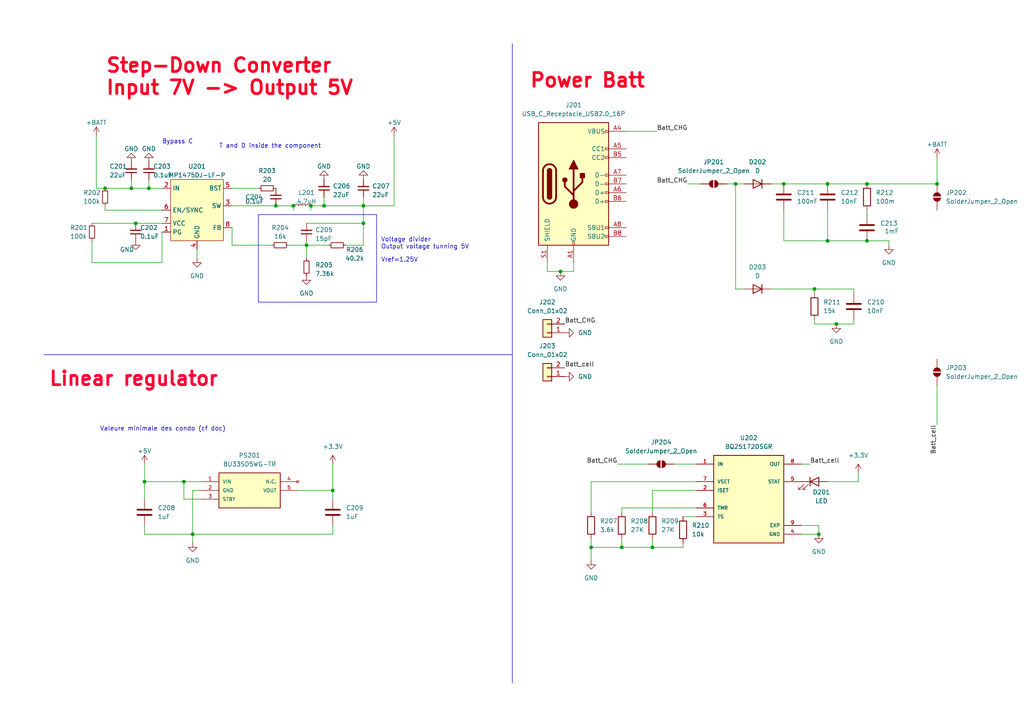
<source format=kicad_sch>
(kicad_sch (version 20231120) (generator "eeschema") (generator_version "8.0")
  (paper "A4")
  (lib_symbols
    (symbol "BQ25172:BQ25172DSGR" (pin_names (offset 1.016))
      (property "Reference" "U" (at -10.16 13.462 0))
      (property "Value" "BQ25172DSGR" (at -10.16 -15.24 0))
      (symbol "BQ25172DSGR_0_0"
        (rectangle (start -10.16 -12.7) (end 10.16 12.7) (stroke (width 0.254)) (fill (type background)))
        (pin input line (at -15.24 10.16 0) (length 5.08) (name "IN") (number "1"))
        (pin input line (at -15.24 2.54 0) (length 5.08) (name "ISET") (number "2"))
        (pin input line (at -15.24 -5.08 0) (length 5.08) (name "TS") (number "3"))
        (pin power_in line (at 15.24 -10.16 180) (length 5.08) (name "GND") (number "4"))
        (pin output line (at 15.24 5.08 180) (length 5.08) (name "STAT") (number "5"))
        (pin input line (at -15.24 -2.54 0) (length 5.08) (name "TMR") (number "6"))
        (pin input line (at -15.24 5.08 0) (length 5.08) (name "VSET") (number "7"))
        (pin output line (at 15.24 10.16 180) (length 5.08) (name "OUT") (number "8"))
        (pin power_in line (at 15.24 -7.62 180) (length 5.08) (name "EXP") (number "9"))
      )
    )
    (symbol "BU33SD5WG-TR:BU33SD5WG-TR" (pin_names (offset 1.016))
      (property "Reference" "PS" (at 24.13 7.62 0))
      (property "Value" "BU33SD5WG-TR" (at 24.13 5.08 0))
      (symbol "BU33SD5WG-TR_0_0"
        (rectangle (start 5.08 -7.62) (end 22.86 2.54) (stroke (width 0.254)) (fill (type background)))
        (pin bidirectional line (at 0 0 0) (length 5.08) (name "VIN") (number "1"))
        (pin bidirectional line (at 0 -2.54 0) (length 5.08) (name "GND") (number "2"))
        (pin bidirectional line (at 0 -5.08 0) (length 5.08) (name "STBY") (number "3"))
        (pin no_connect line (at 27.94 0 180) (length 5.08) (name "N.C.") (number "4"))
        (pin bidirectional line (at 27.94 -2.54 180) (length 5.08) (name "VOUT") (number "5"))
      )
    )
    (symbol "Connector:USB_C_Receptacle_USB2.0_16P" (pin_names (offset 1.016))
      (property "Reference" "J" (at 0 22.225 0))
      (property "Value" "USB_C_Receptacle_USB2.0_16P" (at 0 19.685 0))
      (symbol "USB_C_Receptacle_USB2.0_16P_0_0"
        (rectangle (start -0.254 -17.78) (end 0.254 -16.764))
        (rectangle (start 10.16 -14.986) (end 9.144 -15.494))
        (rectangle (start 10.16 -12.446) (end 9.144 -12.954))
        (rectangle (start 10.16 -4.826) (end 9.144 -5.334))
        (rectangle (start 10.16 -2.286) (end 9.144 -2.794))
        (rectangle (start 10.16 0.254) (end 9.144 -0.254))
        (rectangle (start 10.16 2.794) (end 9.144 2.286))
        (rectangle (start 10.16 7.874) (end 9.144 7.366))
        (rectangle (start 10.16 10.414) (end 9.144 9.906))
        (rectangle (start 10.16 15.494) (end 9.144 14.986))
      )
      (symbol "USB_C_Receptacle_USB2.0_16P_0_1"
        (rectangle (start -10.16 17.78) (end 10.16 -17.78) (stroke (width 0.254)) (fill (type background)))
        (arc (start -8.89 -3.81) (mid -6.985 -5.7067) (end -5.08 -3.81) (stroke (width 0.508)))
        (arc (start -7.62 -3.81) (mid -6.985 -4.4423) (end -6.35 -3.81) (stroke (width 0.254)))
        (arc (start -7.62 -3.81) (mid -6.985 -4.4423) (end -6.35 -3.81) (stroke (width 0.254)) (fill (type outline)))
        (rectangle (start -7.62 -3.81) (end -6.35 3.81) (stroke (width 0.254)) (fill (type outline)))
        (arc (start -6.35 3.81) (mid -6.985 4.4423) (end -7.62 3.81) (stroke (width 0.254)))
        (arc (start -6.35 3.81) (mid -6.985 4.4423) (end -7.62 3.81) (stroke (width 0.254)) (fill (type outline)))
        (arc (start -5.08 3.81) (mid -6.985 5.7067) (end -8.89 3.81) (stroke (width 0.508)))
        (circle (center -2.54 1.143) (radius 0.635) (stroke (width 0.254)) (fill (type outline)))
        (circle (center 0 -5.842) (radius 1.27) (fill (type outline)))
        (polyline (pts (xy -8.89 -3.81) (xy -8.89 3.81)) (stroke (width 0.508)))
        (polyline (pts (xy -5.08 3.81) (xy -5.08 -3.81)) (stroke (width 0.508)))
        (polyline (pts (xy 0 -5.842) (xy 0 4.318)) (stroke (width 0.508)))
        (polyline (pts (xy 0 -3.302) (xy -2.54 -0.762) (xy -2.54 0.508)) (stroke (width 0.508)))
        (polyline (pts (xy 0 -2.032) (xy 2.54 0.508) (xy 2.54 1.778)) (stroke (width 0.508)))
        (polyline (pts (xy -1.27 4.318) (xy 0 6.858) (xy 1.27 4.318) (xy -1.27 4.318)) (stroke (width 0.254)) (fill (type outline)))
        (rectangle (start 1.905 1.778) (end 3.175 3.048) (stroke (width 0.254)) (fill (type outline)))
      )
      (symbol "USB_C_Receptacle_USB2.0_16P_1_1"
        (pin passive line (at 0 -22.86 90) (length 5.08) (name "GND") (number "A1"))
        (pin passive line (at 0 -22.86 90) (length 5.08) hide (name "GND") (number "A12"))
        (pin passive line (at 15.24 15.24 180) (length 5.08) (name "VBUS") (number "A4"))
        (pin bidirectional line (at 15.24 10.16 180) (length 5.08) (name "CC1") (number "A5"))
        (pin bidirectional line (at 15.24 -2.54 180) (length 5.08) (name "D+") (number "A6"))
        (pin bidirectional line (at 15.24 2.54 180) (length 5.08) (name "D-") (number "A7"))
        (pin bidirectional line (at 15.24 -12.7 180) (length 5.08) (name "SBU1") (number "A8"))
        (pin passive line (at 15.24 15.24 180) (length 5.08) hide (name "VBUS") (number "A9"))
        (pin passive line (at 0 -22.86 90) (length 5.08) hide (name "GND") (number "B1"))
        (pin passive line (at 0 -22.86 90) (length 5.08) hide (name "GND") (number "B12"))
        (pin passive line (at 15.24 15.24 180) (length 5.08) hide (name "VBUS") (number "B4"))
        (pin bidirectional line (at 15.24 7.62 180) (length 5.08) (name "CC2") (number "B5"))
        (pin bidirectional line (at 15.24 -5.08 180) (length 5.08) (name "D+") (number "B6"))
        (pin bidirectional line (at 15.24 0 180) (length 5.08) (name "D-") (number "B7"))
        (pin bidirectional line (at 15.24 -15.24 180) (length 5.08) (name "SBU2") (number "B8"))
        (pin passive line (at 15.24 15.24 180) (length 5.08) hide (name "VBUS") (number "B9"))
        (pin passive line (at -7.62 -22.86 90) (length 5.08) (name "SHIELD") (number "S1"))
      )
    )
    (symbol "Connector_Generic:Conn_01x02" (pin_names (offset 1.016) hide)
      (property "Reference" "J" (at 0 2.54 0))
      (property "Value" "Conn_01x02" (at 0 -5.08 0))
      (symbol "Conn_01x02_1_1"
        (rectangle (start -1.27 -2.413) (end 0 -2.667) (stroke (width 0.1524)))
        (rectangle (start -1.27 0.127) (end 0 -0.127) (stroke (width 0.1524)))
        (rectangle (start -1.27 1.27) (end 1.27 -3.81) (stroke (width 0.254)) (fill (type background)))
        (pin passive line (at -5.08 0 0) (length 3.81) (name "Pin_1") (number "1"))
        (pin passive line (at -5.08 -2.54 0) (length 3.81) (name "Pin_2") (number "2"))
      )
    )
    (symbol "Device:C" (pin_numbers hide) (pin_names (offset 0.254))
      (property "Reference" "C" (at 0.635 2.54 0))
      (property "Value" "C" (at 0.635 -2.54 0))
      (symbol "C_0_1"
        (polyline (pts (xy -2.032 -0.762) (xy 2.032 -0.762)) (stroke (width 0.508)))
        (polyline (pts (xy -2.032 0.762) (xy 2.032 0.762)) (stroke (width 0.508)))
      )
      (symbol "C_1_1"
        (pin passive line (at 0 3.81 270) (length 2.794) (name "~") (number "1"))
        (pin passive line (at 0 -3.81 90) (length 2.794) (name "~") (number "2"))
      )
    )
    (symbol "Device:C_Small" (pin_numbers hide) (pin_names (offset 0.254) hide)
      (property "Reference" "C" (at 0.254 1.778 0))
      (property "Value" "C_Small" (at 0.254 -2.032 0))
      (symbol "C_Small_0_1"
        (polyline (pts (xy -1.524 -0.508) (xy 1.524 -0.508)) (stroke (width 0.3302)))
        (polyline (pts (xy -1.524 0.508) (xy 1.524 0.508)) (stroke (width 0.3048)))
      )
      (symbol "C_Small_1_1"
        (pin passive line (at 0 2.54 270) (length 2.032) (name "~") (number "1"))
        (pin passive line (at 0 -2.54 90) (length 2.032) (name "~") (number "2"))
      )
    )
    (symbol "Device:D" (pin_numbers hide) (pin_names (offset 1.016) hide)
      (property "Reference" "D" (at 0 2.54 0))
      (property "Value" "D" (at 0 -2.54 0))
      (symbol "D_0_1"
        (polyline (pts (xy -1.27 1.27) (xy -1.27 -1.27)) (stroke (width 0.254)))
        (polyline (pts (xy 1.27 0) (xy -1.27 0)))
        (polyline (pts (xy 1.27 1.27) (xy 1.27 -1.27) (xy -1.27 0) (xy 1.27 1.27)) (stroke (width 0.254)))
      )
      (symbol "D_1_1"
        (pin passive line (at -3.81 0 0) (length 2.54) (name "K") (number "1"))
        (pin passive line (at 3.81 0 180) (length 2.54) (name "A") (number "2"))
      )
    )
    (symbol "Device:LED" (pin_numbers hide) (pin_names (offset 1.016) hide)
      (property "Reference" "D" (at 0 2.54 0))
      (property "Value" "LED" (at 0 -2.54 0))
      (symbol "LED_0_1"
        (polyline (pts (xy -1.27 -1.27) (xy -1.27 1.27)) (stroke (width 0.254)))
        (polyline (pts (xy -1.27 0) (xy 1.27 0)))
        (polyline (pts (xy 1.27 -1.27) (xy 1.27 1.27) (xy -1.27 0) (xy 1.27 -1.27)) (stroke (width 0.254)))
        (polyline (pts (xy -3.048 -0.762) (xy -4.572 -2.286) (xy -3.81 -2.286) (xy -4.572 -2.286) (xy -4.572 -1.524)))
        (polyline (pts (xy -1.778 -0.762) (xy -3.302 -2.286) (xy -2.54 -2.286) (xy -3.302 -2.286) (xy -3.302 -1.524)))
      )
      (symbol "LED_1_1"
        (pin passive line (at -3.81 0 0) (length 2.54) (name "K") (number "1"))
        (pin passive line (at 3.81 0 180) (length 2.54) (name "A") (number "2"))
      )
    )
    (symbol "Device:L_Small" (pin_numbers hide) (pin_names (offset 0.254) hide)
      (property "Reference" "L" (at 0.762 1.016 0))
      (property "Value" "L_Small" (at 0.762 -1.016 0))
      (symbol "L_Small_0_1"
        (arc (start 0 -2.032) (mid 0.5058 -1.524) (end 0 -1.016))
        (arc (start 0 -1.016) (mid 0.5058 -0.508) (end 0 0))
        (arc (start 0 0) (mid 0.5058 0.508) (end 0 1.016))
        (arc (start 0 1.016) (mid 0.5058 1.524) (end 0 2.032))
      )
      (symbol "L_Small_1_1"
        (pin passive line (at 0 2.54 270) (length 0.508) (name "~") (number "1"))
        (pin passive line (at 0 -2.54 90) (length 0.508) (name "~") (number "2"))
      )
    )
    (symbol "Device:R" (pin_numbers hide) (pin_names (offset 0))
      (property "Reference" "R" (at 2.032 0 90))
      (property "Value" "R" (at 0 0 90))
      (symbol "R_0_1"
        (rectangle (start -1.016 -2.54) (end 1.016 2.54) (stroke (width 0.254)))
      )
      (symbol "R_1_1"
        (pin passive line (at 0 3.81 270) (length 1.27) (name "~") (number "1"))
        (pin passive line (at 0 -3.81 90) (length 1.27) (name "~") (number "2"))
      )
    )
    (symbol "Device:R_Small" (pin_numbers hide) (pin_names (offset 0.254) hide)
      (property "Reference" "R" (at 0.762 0.508 0))
      (property "Value" "R_Small" (at 0.762 -1.016 0))
      (symbol "R_Small_0_1"
        (rectangle (start -0.762 1.778) (end 0.762 -1.778) (stroke (width 0.2032)))
      )
      (symbol "R_Small_1_1"
        (pin passive line (at 0 2.54 270) (length 0.762) (name "~") (number "1"))
        (pin passive line (at 0 -2.54 90) (length 0.762) (name "~") (number "2"))
      )
    )
    (symbol "GND_1" (power) (pin_numbers hide) (pin_names (offset 0) hide)
      (property "Value" "GND" (at 0 -3.81 0))
      (symbol "GND_1_0_1"
        (polyline (pts (xy 0 0) (xy 0 -1.27) (xy 1.27 -1.27) (xy 0 -2.54) (xy -1.27 -1.27) (xy 0 -1.27)))
      )
      (symbol "GND_1_1_1"
        (pin power_in line (at 0 0 270) (length 0) (name "~") (number "1"))
      )
    )
    (symbol "GND_2" (power) (pin_numbers hide) (pin_names (offset 0) hide)
      (property "Value" "GND" (at 0 -3.81 0))
      (symbol "GND_2_0_1"
        (polyline (pts (xy 0 0) (xy 0 -1.27) (xy 1.27 -1.27) (xy 0 -2.54) (xy -1.27 -1.27) (xy 0 -1.27)))
      )
      (symbol "GND_2_1_1"
        (pin power_in line (at 0 0 270) (length 0) (name "~") (number "1"))
      )
    )
    (symbol "GND_3" (power) (pin_numbers hide) (pin_names (offset 0) hide)
      (property "Value" "GND" (at 0 -3.81 0))
      (symbol "GND_3_0_1"
        (polyline (pts (xy 0 0) (xy 0 -1.27) (xy 1.27 -1.27) (xy 0 -2.54) (xy -1.27 -1.27) (xy 0 -1.27)))
      )
      (symbol "GND_3_1_1"
        (pin power_in line (at 0 0 270) (length 0) (name "~") (number "1"))
      )
    )
    (symbol "GND_4" (power) (pin_numbers hide) (pin_names (offset 0) hide)
      (property "Value" "GND" (at 0 -3.81 0))
      (symbol "GND_4_0_1"
        (polyline (pts (xy 0 0) (xy 0 -1.27) (xy 1.27 -1.27) (xy 0 -2.54) (xy -1.27 -1.27) (xy 0 -1.27)))
      )
      (symbol "GND_4_1_1"
        (pin power_in line (at 0 0 270) (length 0) (name "~") (number "1"))
      )
    )
    (symbol "GND_5" (power) (pin_numbers hide) (pin_names (offset 0) hide)
      (property "Value" "GND" (at 0 -3.81 0))
      (symbol "GND_5_0_1"
        (polyline (pts (xy 0 0) (xy 0 -1.27) (xy 1.27 -1.27) (xy 0 -2.54) (xy -1.27 -1.27) (xy 0 -1.27)))
      )
      (symbol "GND_5_1_1"
        (pin power_in line (at 0 0 270) (length 0) (name "~") (number "1"))
      )
    )
    (symbol "GND_6" (power) (pin_numbers hide) (pin_names (offset 0) hide)
      (property "Value" "GND" (at 0 -3.81 0))
      (symbol "GND_6_0_1"
        (polyline (pts (xy 0 0) (xy 0 -1.27) (xy 1.27 -1.27) (xy 0 -2.54) (xy -1.27 -1.27) (xy 0 -1.27)))
      )
      (symbol "GND_6_1_1"
        (pin power_in line (at 0 0 270) (length 0) (name "~") (number "1"))
      )
    )
    (symbol "GND_7" (power) (pin_numbers hide) (pin_names (offset 0) hide)
      (property "Value" "GND" (at 0 -3.81 0))
      (symbol "GND_7_0_1"
        (polyline (pts (xy 0 0) (xy 0 -1.27) (xy 1.27 -1.27) (xy 0 -2.54) (xy -1.27 -1.27) (xy 0 -1.27)))
      )
      (symbol "GND_7_1_1"
        (pin power_in line (at 0 0 270) (length 0) (name "~") (number "1"))
      )
    )
    (symbol "Jumper:SolderJumper_2_Open" (pin_numbers hide) (pin_names (offset 0) hide) (exclude_from_sim yes) (in_bom no)
      (property "Reference" "JP" (at 0 2.032 0))
      (property "Value" "SolderJumper_2_Open" (at 0 -2.54 0))
      (symbol "SolderJumper_2_Open_0_1"
        (arc (start -0.254 1.016) (mid -1.2656 0) (end -0.254 -1.016))
        (arc (start -0.254 1.016) (mid -1.2656 0) (end -0.254 -1.016) (fill (type outline)))
        (polyline (pts (xy -0.254 1.016) (xy -0.254 -1.016)))
        (polyline (pts (xy 0.254 1.016) (xy 0.254 -1.016)))
        (arc (start 0.254 -1.016) (mid 1.2656 0) (end 0.254 1.016))
        (arc (start 0.254 -1.016) (mid 1.2656 0) (end 0.254 1.016) (fill (type outline)))
      )
      (symbol "SolderJumper_2_Open_1_1"
        (pin passive line (at -3.81 0 0) (length 2.54) (name "A") (number "1"))
        (pin passive line (at 3.81 0 180) (length 2.54) (name "B") (number "2"))
      )
    )
    (symbol "Ludzlib:MP1475"
      (property "Reference" "U" (at 5.08 3.81 0))
      (property "Value" "MP1475DJ-LF-P" (at 12.7 1.27 0))
      (symbol "MP1475_0_1"
        (rectangle (start -1.27 0) (end 13.97 -17.78) (fill (type background)))
      )
      (symbol "MP1475_1_1"
        (pin bidirectional line (at -3.81 -15.24 0) (length 2.54) (name "PG") (number "1"))
        (pin power_in line (at -3.81 -2.54 0) (length 2.54) (name "IN") (number "2"))
        (pin bidirectional line (at 16.51 -7.62 180) (length 2.54) (name "SW") (number "3"))
        (pin bidirectional line (at 6.35 -20.32 90) (length 2.54) (name "GND") (number "4"))
        (pin bidirectional line (at 16.51 -2.54 180) (length 2.54) (name "BST") (number "5"))
        (pin bidirectional line (at -3.81 -8.89 0) (length 2.54) (name "EN/SYNC") (number "6"))
        (pin bidirectional line (at -3.81 -12.7 0) (length 2.54) (name "VCC") (number "7"))
        (pin bidirectional line (at 16.51 -13.97 180) (length 2.54) (name "FB") (number "8"))
      )
    )
    (symbol "power:+3.3V" (power) (pin_numbers hide) (pin_names (offset 0) hide)
      (property "Value" "+3.3V" (at 0 3.556 0))
      (symbol "+3.3V_0_1"
        (polyline (pts (xy -0.762 1.27) (xy 0 2.54)))
        (polyline (pts (xy 0 0) (xy 0 2.54)))
        (polyline (pts (xy 0 2.54) (xy 0.762 1.27)))
      )
      (symbol "+3.3V_1_1"
        (pin power_in line (at 0 0 90) (length 0) (name "~") (number "1"))
      )
    )
    (symbol "power:+5V" (power) (pin_names (offset 0))
      (property "Value" "+5V" (at 0 3.556 0))
      (symbol "+5V_0_1"
        (polyline (pts (xy -0.762 1.27) (xy 0 2.54)))
        (polyline (pts (xy 0 0) (xy 0 2.54)))
        (polyline (pts (xy 0 2.54) (xy 0.762 1.27)))
      )
      (symbol "+5V_1_1"
        (pin power_in line (at 0 0 90) (length 0) hide (name "+5V") (number "1"))
      )
    )
    (symbol "power:+BATT" (power) (pin_names (offset 0))
      (property "Value" "+BATT" (at 0 3.556 0))
      (symbol "+BATT_0_1"
        (polyline (pts (xy -0.762 1.27) (xy 0 2.54)))
        (polyline (pts (xy 0 0) (xy 0 2.54)))
        (polyline (pts (xy 0 2.54) (xy 0.762 1.27)))
      )
      (symbol "+BATT_1_1"
        (pin power_in line (at 0 0 90) (length 0) hide (name "+BATT") (number "1"))
      )
    )
    (symbol "power:GND" (power) (pin_names (offset 0))
      (property "Value" "GND" (at 0 -3.81 0))
      (symbol "GND_0_1"
        (polyline (pts (xy 0 0) (xy 0 -1.27) (xy 1.27 -1.27) (xy 0 -2.54) (xy -1.27 -1.27) (xy 0 -1.27)))
      )
      (symbol "GND_1_1"
        (pin power_in line (at 0 0 270) (length 0) hide (name "GND") (number "1"))
      )
    )
  )
  (junction (at 213.36 53.34))
  (junction (at 236.22 83.82))
  (junction (at 237.49 154.94))
  (junction (at 39.37 64.77))
  (junction (at 96.52 142.24))
  (junction (at 85.09 59.69))
  (junction (at 162.56 78.74))
  (junction (at 180.34 158.75))
  (junction (at 251.46 53.34))
  (junction (at 242.57 93.98))
  (junction (at 90.17 59.69))
  (junction (at 240.03 69.85))
  (junction (at 43.18 54.61))
  (junction (at 38.1 54.61))
  (junction (at 53.34 139.7))
  (junction (at 251.46 69.85))
  (junction (at 271.78 53.34))
  (junction (at 88.9 71.12))
  (junction (at 80.01 59.69))
  (junction (at 171.45 158.75))
  (junction (at 105.41 59.69))
  (junction (at 105.41 64.77))
  (junction (at 240.03 53.34))
  (junction (at 93.98 59.69))
  (junction (at 30.48 54.61))
  (junction (at 189.23 158.75))
  (junction (at 227.33 53.34))
  (junction (at 55.88 154.94))
  (junction (at 41.91 139.7))
  (wire (pts (xy 114.3 39.37) (xy 114.3 59.69)))
  (wire (pts (xy 247.65 83.82) (xy 247.65 85.09)))
  (wire (pts (xy 232.41 152.4) (xy 237.49 152.4)))
  (wire (pts (xy 251.46 53.34) (xy 271.78 53.34)))
  (wire (pts (xy 166.37 78.74) (xy 166.37 76.2)))
  (wire (pts (xy 236.22 85.09) (xy 236.22 83.82)))
  (wire (pts (xy 38.1 54.61) (xy 43.18 54.61)))
  (wire (pts (xy 88.9 64.77) (xy 105.41 64.77)))
  (wire (pts (xy 57.15 72.39) (xy 57.15 74.93)))
  (wire (pts (xy 53.34 144.78) (xy 58.42 144.78)))
  (polyline (pts (xy 148.59 12.7) (xy 148.59 102.87)))
  (wire (pts (xy 236.22 92.71) (xy 236.22 93.98)))
  (wire (pts (xy 90.17 60.96) (xy 90.17 59.69)))
  (wire (pts (xy 236.22 93.98) (xy 242.57 93.98)))
  (wire (pts (xy 227.33 69.85) (xy 240.03 69.85)))
  (wire (pts (xy 180.34 158.75) (xy 180.34 156.21)))
  (wire (pts (xy 257.81 69.85) (xy 257.81 71.12)))
  (wire (pts (xy 215.9 83.82) (xy 213.36 83.82)))
  (wire (pts (xy 158.75 76.2) (xy 158.75 78.74)))
  (wire (pts (xy 41.91 134.62) (xy 41.91 139.7)))
  (wire (pts (xy 240.03 69.85) (xy 240.03 60.96)))
  (wire (pts (xy 162.56 78.74) (xy 166.37 78.74)))
  (wire (pts (xy 67.31 71.12) (xy 78.74 71.12)))
  (wire (pts (xy 251.46 62.23) (xy 251.46 60.96)))
  (wire (pts (xy 39.37 64.77) (xy 46.99 64.77)))
  (wire (pts (xy 189.23 142.24) (xy 201.93 142.24)))
  (wire (pts (xy 58.42 142.24) (xy 55.88 142.24)))
  (wire (pts (xy 189.23 148.59) (xy 189.23 142.24)))
  (wire (pts (xy 198.12 149.86) (xy 201.93 149.86)))
  (wire (pts (xy 240.03 139.7) (xy 248.92 139.7)))
  (wire (pts (xy 201.93 139.7) (xy 171.45 139.7)))
  (wire (pts (xy 210.82 53.34) (xy 213.36 53.34)))
  (wire (pts (xy 171.45 158.75) (xy 180.34 158.75)))
  (wire (pts (xy 67.31 71.12) (xy 67.31 66.04)))
  (wire (pts (xy 67.31 59.69) (xy 80.01 59.69)))
  (wire (pts (xy 105.41 71.12) (xy 105.41 64.77)))
  (wire (pts (xy 88.9 71.12) (xy 95.25 71.12)))
  (wire (pts (xy 271.78 45.72) (xy 271.78 53.34)))
  (wire (pts (xy 213.36 83.82) (xy 213.36 53.34)))
  (wire (pts (xy 237.49 154.94) (xy 232.41 154.94)))
  (wire (pts (xy 88.9 69.85) (xy 88.9 71.12)))
  (wire (pts (xy 41.91 144.78) (xy 41.91 139.7)))
  (wire (pts (xy 67.31 54.61) (xy 74.93 54.61)))
  (wire (pts (xy 251.46 69.85) (xy 240.03 69.85)))
  (wire (pts (xy 30.48 59.69) (xy 30.48 60.96)))
  (wire (pts (xy 242.57 93.98) (xy 247.65 93.98)))
  (wire (pts (xy 105.41 57.15) (xy 105.41 59.69)))
  (wire (pts (xy 180.34 147.32) (xy 180.34 148.59)))
  (wire (pts (xy 199.39 53.34) (xy 203.2 53.34)))
  (wire (pts (xy 46.99 67.31) (xy 46.99 76.2)))
  (wire (pts (xy 85.09 60.96) (xy 85.09 59.69)))
  (wire (pts (xy 38.1 52.07) (xy 38.1 54.61)))
  (wire (pts (xy 232.41 134.62) (xy 234.95 134.62)))
  (wire (pts (xy 93.98 59.69) (xy 90.17 59.69)))
  (wire (pts (xy 53.34 139.7) (xy 58.42 139.7)))
  (wire (pts (xy 179.07 134.62) (xy 187.96 134.62)))
  (wire (pts (xy 236.22 83.82) (xy 247.65 83.82)))
  (wire (pts (xy 158.75 78.74) (xy 162.56 78.74)))
  (wire (pts (xy 55.88 154.94) (xy 96.52 154.94)))
  (wire (pts (xy 271.78 111.76) (xy 271.78 123.19)))
  (wire (pts (xy 93.98 59.69) (xy 93.98 57.15)))
  (wire (pts (xy 41.91 139.7) (xy 53.34 139.7)))
  (wire (pts (xy 223.52 83.82) (xy 236.22 83.82)))
  (wire (pts (xy 213.36 53.34) (xy 215.9 53.34)))
  (wire (pts (xy 248.92 139.7) (xy 248.92 137.16)))
  (wire (pts (xy 55.88 142.24) (xy 55.88 154.94)))
  (wire (pts (xy 251.46 69.85) (xy 257.81 69.85)))
  (wire (pts (xy 171.45 139.7) (xy 171.45 148.59)))
  (wire (pts (xy 27.94 54.61) (xy 30.48 54.61)))
  (wire (pts (xy 227.33 60.96) (xy 227.33 69.85)))
  (wire (pts (xy 30.48 54.61) (xy 38.1 54.61)))
  (wire (pts (xy 96.52 144.78) (xy 96.52 142.24)))
  (wire (pts (xy 114.3 59.69) (xy 105.41 59.69)))
  (polyline (pts (xy 12.7 102.87) (xy 148.59 102.87)))
  (wire (pts (xy 171.45 156.21) (xy 171.45 158.75)))
  (wire (pts (xy 198.12 157.48) (xy 198.12 158.75)))
  (wire (pts (xy 171.45 158.75) (xy 171.45 162.56)))
  (wire (pts (xy 96.52 154.94) (xy 96.52 152.4)))
  (wire (pts (xy 105.41 59.69) (xy 105.41 64.77)))
  (wire (pts (xy 88.9 71.12) (xy 88.9 74.93)))
  (polyline (pts (xy 148.59 102.87) (xy 148.59 198.12)))
  (wire (pts (xy 201.93 147.32) (xy 180.34 147.32)))
  (wire (pts (xy 195.58 134.62) (xy 201.93 134.62)))
  (wire (pts (xy 43.18 52.07) (xy 43.18 54.61)))
  (wire (pts (xy 43.18 54.61) (xy 46.99 54.61)))
  (wire (pts (xy 55.88 154.94) (xy 41.91 154.94)))
  (wire (pts (xy 41.91 154.94) (xy 41.91 152.4)))
  (wire (pts (xy 80.01 59.69) (xy 85.09 59.69)))
  (wire (pts (xy 181.61 38.1) (xy 190.5 38.1)))
  (wire (pts (xy 237.49 152.4) (xy 237.49 154.94)))
  (wire (pts (xy 30.48 60.96) (xy 46.99 60.96)))
  (wire (pts (xy 26.67 76.2) (xy 46.99 76.2)))
  (wire (pts (xy 240.03 53.34) (xy 251.46 53.34)))
  (wire (pts (xy 96.52 134.62) (xy 96.52 142.24)))
  (wire (pts (xy 247.65 93.98) (xy 247.65 92.71)))
  (wire (pts (xy 198.12 158.75) (xy 189.23 158.75)))
  (wire (pts (xy 83.82 71.12) (xy 88.9 71.12)))
  (wire (pts (xy 240.03 53.34) (xy 227.33 53.34)))
  (wire (pts (xy 105.41 59.69) (xy 93.98 59.69)))
  (wire (pts (xy 26.67 64.77) (xy 39.37 64.77)))
  (wire (pts (xy 189.23 156.21) (xy 189.23 158.75)))
  (wire (pts (xy 100.33 71.12) (xy 105.41 71.12)))
  (wire (pts (xy 55.88 157.48) (xy 55.88 154.94)))
  (wire (pts (xy 26.67 69.85) (xy 26.67 76.2)))
  (wire (pts (xy 27.94 39.37) (xy 27.94 54.61)))
  (wire (pts (xy 53.34 139.7) (xy 53.34 144.78)))
  (wire (pts (xy 189.23 158.75) (xy 180.34 158.75)))
  (wire (pts (xy 96.52 142.24) (xy 86.36 142.24)))
  (wire (pts (xy 227.33 53.34) (xy 223.52 53.34)))
  (rectangle (start 74.93 62.23) (end 109.22 87.63))
  (text "T and D inside the component" (at 63.5 43.18 0) (effects (font (size 1.27 1.27)) (justify left bottom)))
  (text "Valeure minimale des condo (cf doc)\n" (at 47.244 124.46 0) (effects (font (size 1.27 1.27))))
  (text "Voltage divider\nOutput voltage tunning 5V" (at 110.49 72.39 0) (effects (font (size 1.27 1.27)) (justify left bottom)))
  (text "Linear regulator\n\n\n" (at 13.97 125.222 0) (effects (font (size 4 4) (bold yes)) (justify left bottom)))
  (text "Vref=1.25V" (at 110.49 76.2 0) (effects (font (size 1.27 1.27)) (justify left bottom)))
  (text "Step-Down Converter\nInput 7V -> Output 5V" (at 30.48 27.94 0) (effects (font (size 4 4) (thickness 0.8) (bold yes)) (justify left bottom)))
  (text "Power Batt\n\n" (at 153.416 32.258 0) (effects (font (size 4 4) (thickness 0.8) (bold yes)) (justify left bottom)))
  (text "Bypass C" (at 46.99 41.91 0) (effects (font (size 1.27 1.27)) (justify left bottom)))
  (label "Batt_CHG" (at 179.07 134.62 180))
  (label "Batt_cell" (at 271.78 123.19 270))
  (label "Batt_cell" (at 234.95 134.62 0))
  (label "Batt_cell" (at 163.83 106.68 0))
  (label "Batt_CHG" (at 199.39 53.34 180))
  (label "Batt_CHG" (at 163.83 93.98 0))
  (label "Batt_CHG" (at 190.5 38.1 0))
  (symbol (lib_id "Device:C_Small") (at 43.18 49.53 180) (unit 1)
    (property "Reference" "C203" (at 44.45 48.26 0) (effects (justify right)))
    (property "Value" "0.1uF" (at 44.45 50.8 0) (effects (justify right)))
    (property "Footprint" "Capacitor_SMD:C_0603_1608Metric_Pad1.08x0.95mm_HandSolder" (effects (hide yes)))
  )
  (symbol (lib_id "Device:C") (at 251.46 66.04 0) (unit 1)
    (property "Reference" "C213" (at 255.27 64.7699 0) (effects (justify left)))
    (property "Value" "1mF" (at 256.54 67.056 0) (effects (justify left)))
    (property "Description" "Unpolarized capacitor" (effects (hide yes)))
  )
  (symbol (lib_name "GND_5") (lib_id "power:GND") (at 237.49 154.94 0) (unit 1)
    (property "Reference" "#PWR0208" (effects (hide yes)))
    (property "Value" "GND" (at 237.49 160.02 0))
    (property "Description" "Power symbol creates a global label with name \"GND\" , ground" (effects (hide yes)))
  )
  (symbol (lib_id "power:+3.3V") (at 96.52 134.62 0) (unit 1)
    (property "Reference" "#PWR0215" (effects (hide yes)))
    (property "Value" "+3.3V" (at 96.52 129.54 0))
    (property "Description" "Power symbol creates a global label with name \"+3.3V\"" (effects (hide yes)))
  )
  (symbol (lib_id "power:+5V") (at 114.3 39.37 0) (unit 1)
    (property "Reference" "#PWR0212" (effects (hide yes)))
    (property "Value" "+5V" (at 114.3 35.56 0))
  )
  (symbol (lib_id "Device:L_Small") (at 87.63 59.69 90) (unit 1)
    (property "Reference" "L201" (at 88.9 55.88 90))
    (property "Value" "4.7uH" (at 88.9 58.42 90))
    (property "Footprint" "Library:INDPM4141X210N" (effects (hide yes)))
    (property "Datasheet" "https://www.we-online.com/components/products/datasheet/74438356047HT.pdf" (effects (hide yes)))
    (property "Manufacturer_Name" "Wurth" (effects (hide yes)))
    (property "Manufacturer_Part_Number" "74438356047HT " (effects (hide yes)))
    (property "Mouser Part Number" " 710-74438356047HT " (effects (hide yes)))
    (property "Mouser Price/Stock" "https://www.mouser.fr/ProductDetail/Wurth-Elektronik/74438356047HT?qs=YwPsRIUVAOcmekVUpNwTmA%3D%3D" (effects (hide yes)))
  )
  (symbol (lib_id "Device:R_Small") (at 97.79 71.12 90) (unit 1)
    (property "Reference" "R206" (at 102.87 72.39 90))
    (property "Value" "40.2k" (at 102.87 74.93 90))
    (property "Footprint" "Resistor_SMD:R_0603_1608Metric_Pad0.98x0.95mm_HandSolder" (effects (hide yes)))
    (property "Height" "0603" (effects (hide yes)))
  )
  (symbol (lib_id "Device:R") (at 180.34 152.4 0) (unit 1)
    (property "Reference" "R208" (at 182.88 151.1299 0) (effects (justify left)))
    (property "Value" "27K" (at 182.88 153.6699 0) (effects (justify left)))
    (property "Description" "Resistor" (effects (hide yes)))
  )
  (symbol (lib_id "power:GND") (at 88.9 80.01 0) (unit 1)
    (property "Reference" "#PWR0209" (effects (hide yes)))
    (property "Value" "GND" (at 88.9 85.09 0))
  )
  (symbol (lib_id "BQ25172:BQ25172DSGR") (at 217.17 144.78 0) (unit 1)
    (property "Reference" "U202" (at 217.17 127 0))
    (property "Value" "BQ25172DSGR" (at 217.17 129.54 0))
    (property "Footprint" "BQ25172DSGR:IC_BQ25172DSGR" (effects (hide yes)))
    (property "MF" "Texas Instruments" (effects (hide yes)))
    (property "MAXIMUM_PACKAGE_HEIGHT" "0.8mm" (effects (hide yes)))
    (property "Package" "None" (effects (hide yes)))
    (property "Price" "None" (effects (hide yes)))
    (property "Check_prices" "https://www.snapeda.com/parts/BQ25172DSGR/Texas+Instruments/view-part/?ref=eda" (effects (hide yes)))
    (property "STANDARD" "Manufacturer Recommendations" (effects (hide yes)))
    (property "PARTREV" "June 2022" (effects (hide yes)))
    (property "SnapEDA_Link" "https://www.snapeda.com/parts/BQ25172DSGR/Texas+Instruments/view-part/?ref=snap" (effects (hide yes)))
    (property "MP" "BQ25172DSGR" (effects (hide yes)))
    (property "Description_1" "\n0.8-A, one- to six-cell NiMH stand-alone linear charger in a QFN package\n" (effects (hide yes)))
    (property "Availability" "In Stock" (effects (hide yes)))
    (property "MANUFACTURER" "Texas Instruments" (effects (hide yes)))
  )
  (symbol (lib_id "Device:C_Small") (at 38.1 49.53 180) (unit 1)
    (property "Reference" "C201" (at 31.75 48.26 0) (effects (justify right)))
    (property "Value" "22uF" (at 31.75 50.8 0) (effects (justify right)))
    (property "Footprint" "Capacitor_SMD:C_0603_1608Metric_Pad1.08x0.95mm_HandSolder" (effects (hide yes)))
  )
  (symbol (lib_id "BU33SD5WG-TR:BU33SD5WG-TR") (at 58.42 139.7 0) (unit 1)
    (property "Reference" "PS201" (at 72.39 132.08 0))
    (property "Value" "BU33SD5WG-TR" (at 72.39 134.62 0))
    (property "Footprint" "BU33SD5WG-TR:SOT95P280X125-5N" (effects (hide yes)))
    (property "Manufacturer_Name" "ROHM Semiconductor" (effects (hide yes)))
    (property "MF" "Rohm" (effects (hide yes)))
    (property "Mouser_Price-Stock" "https://www.mouser.co.uk/ProductDetail/ROHM-Semiconductor/BU33SD5WG-TR?qs=%2FKR40Cd6GUrQDzRkUEt69Q%3D%3D" (effects (hide yes)))
    (property "Description_1" "\nLinear Voltage Regulator IC Positive Fixed 1 Output 500mA 5-SSOP\n" (effects (hide yes)))
    (property "Mouser_Part_Number" "755-BU33SD5WG-TR" (effects (hide yes)))
    (property "Price" "None" (effects (hide yes)))
    (property "Package" "SSOP-5 Rohm" (effects (hide yes)))
    (property "Check_prices" "https://www.snapeda.com/parts/BU33SD5WG-TR/Rohm/view-part/?ref=eda" (effects (hide yes)))
    (property "Height" "1.25mm" (effects (hide yes)))
    (property "MP" "BU33SD5WG-TR" (effects (hide yes)))
    (property "SnapEDA_Link" "https://www.snapeda.com/parts/BU33SD5WG-TR/Rohm/view-part/?ref=snap" (effects (hide yes)))
    (property "Purchase-URL" "https://www.snapeda.com/api/url_track_click_mouser/?unipart_id=543860&manufacturer=Rohm&part_name=BU33SD5WG-TR&search_term=bu33sd5wg-tr" (effects (hide yes)))
    (property "Availability" "In Stock" (effects (hide yes)))
    (property "Manufacturer_Part_Number" "BU33SD5WG-TR" (effects (hide yes)))
  )
  (symbol (lib_id "Device:R") (at 171.45 152.4 0) (unit 1)
    (property "Reference" "R207" (at 173.99 151.1299 0) (effects (justify left)))
    (property "Value" "3.6k" (at 173.99 153.6699 0) (effects (justify left)))
    (property "Description" "Resistor" (effects (hide yes)))
  )
  (symbol (lib_id "Device:C") (at 96.52 148.59 0) (unit 1)
    (property "Reference" "C209" (at 100.33 147.3199 0) (effects (justify left)))
    (property "Value" "1uF" (at 100.33 149.8599 0) (effects (justify left)))
    (property "Description" "Unpolarized capacitor" (effects (hide yes)))
  )
  (symbol (lib_id "Device:R") (at 236.22 88.9 0) (unit 1)
    (property "Reference" "R211" (at 238.76 87.6299 0) (effects (justify left)))
    (property "Value" "15k" (at 238.76 90.1699 0) (effects (justify left)))
    (property "Description" "Resistor" (effects (hide yes)))
  )
  (symbol (lib_id "Device:R_Small") (at 88.9 77.47 180) (unit 1)
    (property "Reference" "R205" (at 91.44 76.835 0) (effects (justify right)))
    (property "Value" "7.36k" (at 91.44 79.375 0) (effects (justify right)))
    (property "Footprint" "Resistor_SMD:R_0603_1608Metric_Pad0.98x0.95mm_HandSolder" (effects (hide yes)))
    (property "Height" "0603" (effects (hide yes)))
  )
  (symbol (lib_id "Jumper:SolderJumper_2_Open") (at 271.78 57.15 90) (unit 1) (exclude_from_sim yes) (in_bom no)
    (property "Reference" "JP202" (at 274.32 55.8799 90) (effects (justify right)))
    (property "Value" "SolderJumper_2_Open" (at 274.32 58.4199 90) (effects (justify right)))
    (property "Description" "Solder Jumper, 2-pole, open" (effects (hide yes)))
  )
  (symbol (lib_id "Device:R_Small") (at 26.67 67.31 180) (unit 1)
    (property "Reference" "R201" (at 20.32 66.04 0) (effects (justify right)))
    (property "Value" "100k" (at 20.32 68.58 0) (effects (justify right)))
    (property "Footprint" "Resistor_SMD:R_0603_1608Metric_Pad0.98x0.95mm_HandSolder" (effects (hide yes)))
    (property "Height" "0603" (effects (hide yes)))
  )
  (symbol (lib_name "GND_1") (lib_id "power:GND") (at 55.88 157.48 0) (unit 1)
    (property "Reference" "#PWR0213" (effects (hide yes)))
    (property "Value" "GND" (at 55.88 162.56 0))
    (property "Description" "Power symbol creates a global label with name \"GND\" , ground" (effects (hide yes)))
  )
  (symbol (lib_id "Connector_Generic:Conn_01x02") (at 158.75 96.52 180) (unit 1)
    (property "Reference" "J202" (at 158.75 87.63 0))
    (property "Value" "Conn_01x02" (at 158.75 90.17 0))
    (property "Description" "Generic connector, single row, 01x02, script generated (kicad-library-utils/schlib/autogen/connector/)" (effects (hide yes)))
  )
  (symbol (lib_id "power:GND") (at 39.37 69.85 0) (unit 1)
    (property "Reference" "#PWR0203" (effects (hide yes)))
    (property "Value" "GND" (at 36.83 72.39 0))
  )
  (symbol (lib_id "power:+BATT") (at 27.94 39.37 0) (unit 1)
    (property "Reference" "#PWR0201" (effects (hide yes)))
    (property "Value" "+BATT" (at 27.94 35.56 0))
  )
  (symbol (lib_id "Device:R_Small") (at 81.28 71.12 90) (unit 1)
    (property "Reference" "R204" (at 81.28 66.04 90))
    (property "Value" "16k" (at 81.28 68.58 90))
    (property "Footprint" "Resistor_SMD:R_0603_1608Metric_Pad0.98x0.95mm_HandSolder" (effects (hide yes)))
    (property "Height" "0603" (effects (hide yes)))
  )
  (symbol (lib_id "Connector_Generic:Conn_01x02") (at 158.75 109.22 180) (unit 1)
    (property "Reference" "J203" (at 158.75 100.33 0))
    (property "Value" "Conn_01x02" (at 158.75 102.87 0))
    (property "Description" "Generic connector, single row, 01x02, script generated (kicad-library-utils/schlib/autogen/connector/)" (effects (hide yes)))
  )
  (symbol (lib_id "power:GND") (at 38.1 46.99 180) (unit 1)
    (property "Reference" "#PWR0202" (effects (hide yes)))
    (property "Value" "GND" (at 38.1 43.18 0))
  )
  (symbol (lib_id "Connector:USB_C_Receptacle_USB2.0_16P") (at 166.37 53.34 0) (unit 1)
    (property "Reference" "J201" (at 166.37 30.48 0))
    (property "Value" "USB_C_Receptacle_USB2.0_16P" (at 166.37 33.02 0))
    (property "Datasheet" "https://www.usb.org/sites/default/files/documents/usb_type-c.zip" (effects (hide yes)))
    (property "Description" "USB 2.0-only 16P Type-C Receptacle connector" (effects (hide yes)))
  )
  (symbol (lib_id "Device:R") (at 251.46 57.15 0) (unit 1)
    (property "Reference" "R212" (at 254 55.8799 0) (effects (justify left)))
    (property "Value" "100m" (at 254 58.4199 0) (effects (justify left)))
    (property "Description" "Resistor" (effects (hide yes)))
  )
  (symbol (lib_id "Device:R") (at 189.23 152.4 0) (unit 1)
    (property "Reference" "R209" (at 191.77 151.1299 0) (effects (justify left)))
    (property "Value" "27K" (at 191.77 153.6699 0) (effects (justify left)))
    (property "Description" "Resistor" (effects (hide yes)))
  )
  (symbol (lib_id "power:GND") (at 93.98 52.07 180) (unit 1)
    (property "Reference" "#PWR0210" (effects (hide yes)))
    (property "Value" "GND" (at 93.98 48.26 0))
  )
  (symbol (lib_id "Device:C_Small") (at 39.37 67.31 180) (unit 1)
    (property "Reference" "C202" (at 40.64 66.04 0) (effects (justify right)))
    (property "Value" "0.1uF" (at 40.64 68.58 0) (effects (justify right)))
    (property "Footprint" "Capacitor_SMD:C_0603_1608Metric_Pad1.08x0.95mm_HandSolder" (effects (hide yes)))
  )
  (symbol (lib_id "Device:C_Small") (at 105.41 54.61 180) (unit 1)
    (property "Reference" "C207" (at 107.95 53.9686 0) (effects (justify right)))
    (property "Value" "22uF" (at 107.95 56.5086 0) (effects (justify right)))
    (property "Footprint" "Capacitor_SMD:C_0603_1608Metric_Pad1.08x0.95mm_HandSolder" (effects (hide yes)))
  )
  (symbol (lib_id "Device:R_Small") (at 77.47 54.61 90) (unit 1)
    (property "Reference" "R203" (at 77.47 49.53 90))
    (property "Value" "20" (at 77.47 52.07 90))
    (property "Footprint" "Resistor_SMD:R_0805_2012Metric_Pad1.20x1.40mm_HandSolder" (effects (hide yes)))
    (property "Height" "0805" (effects (hide yes)))
  )
  (symbol (lib_id "Device:D") (at 219.71 83.82 180) (unit 1)
    (property "Reference" "D203" (at 219.71 77.47 0))
    (property "Value" "D" (at 219.71 80.01 0))
    (property "Description" "Diode" (effects (hide yes)))
    (property "Sim.Device" "D" (effects (hide yes)))
    (property "Sim.Pins" "1=K 2=A" (effects (hide yes)))
  )
  (symbol (lib_name "GND_4") (lib_id "power:GND") (at 171.45 162.56 0) (unit 1)
    (property "Reference" "#PWR0206" (effects (hide yes)))
    (property "Value" "GND" (at 171.45 167.64 0))
    (property "Description" "Power symbol creates a global label with name \"GND\" , ground" (effects (hide yes)))
  )
  (symbol (lib_id "Device:R_Small") (at 30.48 57.15 180) (unit 1)
    (property "Reference" "R202" (at 24.13 55.88 0) (effects (justify right)))
    (property "Value" "100k" (at 24.13 58.42 0) (effects (justify right)))
    (property "Footprint" "Resistor_SMD:R_0603_1608Metric_Pad0.98x0.95mm_HandSolder" (effects (hide yes)))
    (property "Height" "0603" (effects (hide yes)))
  )
  (symbol (lib_id "power:+5V") (at 41.91 134.62 0) (unit 1)
    (property "Reference" "#PWR0214" (effects (hide yes)))
    (property "Value" "+5V" (at 41.91 130.81 0))
  )
  (symbol (lib_id "Device:C") (at 41.91 148.59 0) (unit 1)
    (property "Reference" "C208" (at 45.72 147.3199 0) (effects (justify left)))
    (property "Value" "1uF" (at 45.72 149.8599 0) (effects (justify left)))
    (property "Description" "Unpolarized capacitor" (effects (hide yes)))
  )
  (symbol (lib_name "GND_6") (lib_id "power:GND") (at 242.57 93.98 0) (unit 1)
    (property "Reference" "#PWR0220" (effects (hide yes)))
    (property "Value" "GND" (at 242.57 99.06 0))
    (property "Description" "Power symbol creates a global label with name \"GND\" , ground" (effects (hide yes)))
  )
  (symbol (lib_name "GND_3") (lib_id "power:GND") (at 163.83 96.52 90) (unit 1)
    (property "Reference" "#PWR0217" (effects (hide yes)))
    (property "Value" "GND" (at 167.64 96.5199 90) (effects (justify right)))
    (property "Description" "Power symbol creates a global label with name \"GND\" , ground" (effects (hide yes)))
  )
  (symbol (lib_id "Device:C") (at 240.03 57.15 0) (unit 1)
    (property "Reference" "C212" (at 243.84 55.8799 0) (effects (justify left)))
    (property "Value" "10nF" (at 243.84 58.4199 0) (effects (justify left)))
    (property "Description" "Unpolarized capacitor" (effects (hide yes)))
  )
  (symbol (lib_name "GND_2") (lib_id "power:GND") (at 162.56 78.74 0) (unit 1)
    (property "Reference" "#PWR0216" (effects (hide yes)))
    (property "Value" "GND" (at 162.56 83.82 0))
    (property "Description" "Power symbol creates a global label with name \"GND\" , ground" (effects (hide yes)))
  )
  (symbol (lib_id "power:GND") (at 43.18 46.99 180) (unit 1)
    (property "Reference" "#PWR0204" (effects (hide yes)))
    (property "Value" "GND" (at 43.18 43.18 0))
  )
  (symbol (lib_id "Jumper:SolderJumper_2_Open") (at 191.77 134.62 180) (unit 1) (exclude_from_sim yes) (in_bom no)
    (property "Reference" "JP204" (at 191.77 128.27 0))
    (property "Value" "SolderJumper_2_Open" (at 191.77 130.81 0))
    (property "Description" "Solder Jumper, 2-pole, open" (effects (hide yes)))
  )
  (symbol (lib_name "GND_3") (lib_id "power:GND") (at 163.83 109.22 90) (unit 1)
    (property "Reference" "#PWR0207" (effects (hide yes)))
    (property "Value" "GND" (at 167.64 109.2199 90) (effects (justify right)))
    (property "Description" "Power symbol creates a global label with name \"GND\" , ground" (effects (hide yes)))
  )
  (symbol (lib_name "GND_7") (lib_id "power:GND") (at 257.81 71.12 0) (unit 1)
    (property "Reference" "#PWR0221" (effects (hide yes)))
    (property "Value" "GND" (at 257.81 76.2 0))
    (property "Description" "Power symbol creates a global label with name \"GND\" , ground" (effects (hide yes)))
  )
  (symbol (lib_id "Ludzlib:MP1475") (at 50.8 52.07 0) (unit 1)
    (property "Reference" "U201" (at 57.15 48.26 0))
    (property "Value" "MP1475DJ-LF-P" (at 57.15 50.8 0))
    (property "Footprint" "Library:SOT65P280X100-8N" (effects (hide yes)))
    (property "Datasheet" "https://www.mouser.fr/datasheet/2/277/MP1475-2945395.pdf" (effects (hide yes)))
    (property "Manufacturer_Name" " Monolithic Power Systems (MPS)" (effects (hide yes)))
    (property "Manufacturer_Part_Number" "MP1475DJ" (effects (hide yes)))
    (property "Mouser Part Number" " 946-MP1475DJLFP " (effects (hide yes)))
    (property "Mouser Price/Stock" "https://www.mouser.fr/ProductDetail/Monolithic-Power-Systems-MPS/MP1475DJ-LF-P?qs=Iq7RKQRjpgoaxnjiXuhBAA%3D%3D" (effects (hide yes)))
  )
  (symbol (lib_id "power:+BATT") (at 271.78 45.72 0) (unit 1)
    (property "Reference" "#PWR0219" (effects (hide yes)))
    (property "Value" "+BATT" (at 271.78 41.91 0))
  )
  (symbol (lib_id "Device:C_Small") (at 93.98 54.61 180) (unit 1)
    (property "Reference" "C206" (at 96.52 53.9686 0) (effects (justify right)))
    (property "Value" "22uF" (at 96.52 56.5086 0) (effects (justify right)))
    (property "Footprint" "Capacitor_SMD:C_0603_1608Metric_Pad1.08x0.95mm_HandSolder" (effects (hide yes)))
  )
  (symbol (lib_id "Device:D") (at 219.71 53.34 180) (unit 1)
    (property "Reference" "D202" (at 219.71 46.99 0))
    (property "Value" "D" (at 219.71 49.53 0))
    (property "Description" "Diode" (effects (hide yes)))
    (property "Sim.Device" "D" (effects (hide yes)))
    (property "Sim.Pins" "1=K 2=A" (effects (hide yes)))
  )
  (symbol (lib_id "power:GND") (at 57.15 74.93 0) (unit 1)
    (property "Reference" "#PWR0205" (effects (hide yes)))
    (property "Value" "GND" (at 57.15 80.01 0))
  )
  (symbol (lib_id "Device:C") (at 227.33 57.15 0) (unit 1)
    (property "Reference" "C211" (at 231.14 55.8799 0) (effects (justify left)))
    (property "Value" "100nF" (at 231.14 58.4199 0) (effects (justify left)))
    (property "Description" "Unpolarized capacitor" (effects (hide yes)))
  )
  (symbol (lib_id "Jumper:SolderJumper_2_Open") (at 207.01 53.34 0) (unit 1) (exclude_from_sim yes) (in_bom no)
    (property "Reference" "JP201" (at 207.01 46.99 0))
    (property "Value" "SolderJumper_2_Open" (at 207.01 49.53 0))
    (property "Description" "Solder Jumper, 2-pole, open" (effects (hide yes)))
  )
  (symbol (lib_id "Device:LED") (at 236.22 139.7 0) (unit 1)
    (property "Reference" "D201" (at 238.252 142.748 0))
    (property "Value" "LED" (at 238.252 145.288 0))
    (property "Description" "Light emitting diode" (effects (hide yes)))
  )
  (symbol (lib_id "Device:C") (at 247.65 88.9 0) (unit 1)
    (property "Reference" "C210" (at 251.46 87.6299 0) (effects (justify left)))
    (property "Value" "10nF" (at 251.46 90.1699 0) (effects (justify left)))
    (property "Description" "Unpolarized capacitor" (effects (hide yes)))
  )
  (symbol (lib_id "Device:C_Small") (at 80.01 57.15 180) (unit 1)
    (property "Reference" "C204" (at 71.12 57.15 0) (effects (justify right)))
    (property "Value" "0.1uF" (at 71.12 58.42 0) (effects (justify right)))
    (property "Footprint" "Capacitor_SMD:C_0603_1608Metric_Pad1.08x0.95mm_HandSolder" (effects (hide yes)))
  )
  (symbol (lib_id "Device:C_Small") (at 88.9 67.31 180) (unit 1)
    (property "Reference" "C205" (at 91.44 66.6686 0) (effects (justify right)))
    (property "Value" "15pF" (at 91.44 69.2086 0) (effects (justify right)))
    (property "Footprint" "Capacitor_SMD:C_0603_1608Metric_Pad1.08x0.95mm_HandSolder" (effects (hide yes)))
  )
  (symbol (lib_id "power:+3.3V") (at 248.92 137.16 0) (unit 1)
    (property "Reference" "#PWR0218" (effects (hide yes)))
    (property "Value" "+3.3V" (at 248.92 132.08 0))
    (property "Description" "Power symbol creates a global label with name \"+3.3V\"" (effects (hide yes)))
  )
  (symbol (lib_id "Device:R") (at 198.12 153.67 0) (unit 1)
    (property "Reference" "R210" (at 200.66 152.3999 0) (effects (justify left)))
    (property "Value" "10k" (at 200.66 154.9399 0) (effects (justify left)))
    (property "Description" "Resistor" (effects (hide yes)))
  )
  (symbol (lib_id "Jumper:SolderJumper_2_Open") (at 271.78 107.95 90) (unit 1) (exclude_from_sim yes) (in_bom no)
    (property "Reference" "JP203" (at 274.32 106.6799 90) (effects (justify right)))
    (property "Value" "SolderJumper_2_Open" (at 274.32 109.2199 90) (effects (justify right)))
    (property "Description" "Solder Jumper, 2-pole, open" (effects (hide yes)))
  )
  (symbol (lib_id "power:GND") (at 105.41 52.07 180) (unit 1)
    (property "Reference" "#PWR0211" (effects (hide yes)))
    (property "Value" "GND" (at 105.41 48.26 0))
  )
)
</source>
